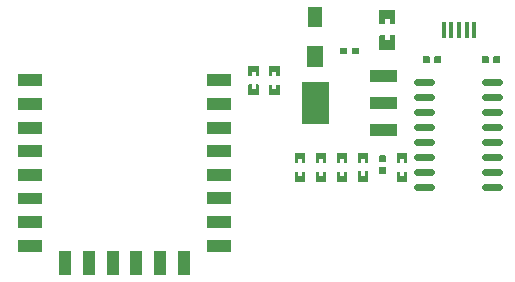
<source format=gtp>
G04 Layer: TopPasteMaskLayer*
G04 EasyEDA v6.5.1, 2022-03-30 12:51:21*
G04 1b3168c556004a9db489dd156287313a,d03eed67808b488db07f83a96349b93e,10*
G04 Gerber Generator version 0.2*
G04 Scale: 100 percent, Rotated: No, Reflected: No *
G04 Dimensions in inches *
G04 leading zeros omitted , absolute positions ,3 integer and 6 decimal *
%FSLAX36Y36*%
%MOIN*%

%ADD12C,0.0220*%
%ADD15R,0.0157X0.0551*%
%ADD17R,0.0510X0.0692*%
%ADD20R,0.0787X0.0394*%
%ADD21R,0.0394X0.0787*%

%LPD*%
G36*
X1339259Y-285980D02*
G01*
X1337280Y-287960D01*
X1337280Y-319440D01*
X1339259Y-321420D01*
X1348220Y-321420D01*
X1348220Y-306840D01*
X1361220Y-306840D01*
X1361220Y-321420D01*
X1370740Y-321420D01*
X1372720Y-319440D01*
X1372720Y-287960D01*
X1370740Y-285980D01*
G37*
G36*
X1339259Y-348980D02*
G01*
X1337280Y-350940D01*
X1337280Y-382040D01*
X1339259Y-384020D01*
X1370740Y-384020D01*
X1372720Y-382040D01*
X1372720Y-350940D01*
X1370740Y-348980D01*
X1361220Y-348980D01*
X1361220Y-363940D01*
X1348220Y-363940D01*
X1348220Y-348980D01*
G37*
G36*
X1269260Y-348579D02*
G01*
X1267280Y-350560D01*
X1267280Y-382040D01*
X1269260Y-384020D01*
X1300740Y-384020D01*
X1302720Y-382040D01*
X1302720Y-350560D01*
X1300740Y-348579D01*
X1291780Y-348579D01*
X1291780Y-363160D01*
X1278780Y-363160D01*
X1278780Y-348579D01*
G37*
G36*
X1269260Y-285980D02*
G01*
X1267280Y-287960D01*
X1267280Y-319060D01*
X1269260Y-321019D01*
X1278780Y-321019D01*
X1278780Y-306060D01*
X1291780Y-306060D01*
X1291780Y-321019D01*
X1300740Y-321019D01*
X1302720Y-319060D01*
X1302720Y-287960D01*
X1300740Y-285980D01*
G37*
G36*
X1564259Y-575980D02*
G01*
X1562280Y-577960D01*
X1562280Y-609440D01*
X1564259Y-611420D01*
X1573220Y-611420D01*
X1573220Y-596840D01*
X1586220Y-596840D01*
X1586220Y-611420D01*
X1595740Y-611420D01*
X1597720Y-609440D01*
X1597720Y-577960D01*
X1595740Y-575980D01*
G37*
G36*
X1564259Y-638980D02*
G01*
X1562280Y-640939D01*
X1562280Y-672039D01*
X1564259Y-674020D01*
X1595740Y-674020D01*
X1597720Y-672039D01*
X1597720Y-640939D01*
X1595740Y-638980D01*
X1586220Y-638980D01*
X1586220Y-653940D01*
X1573220Y-653940D01*
X1573220Y-638980D01*
G37*
G36*
X1494259Y-575980D02*
G01*
X1492280Y-577960D01*
X1492280Y-609440D01*
X1494259Y-611420D01*
X1503220Y-611420D01*
X1503220Y-596840D01*
X1516220Y-596840D01*
X1516220Y-611420D01*
X1525740Y-611420D01*
X1527720Y-609440D01*
X1527720Y-577960D01*
X1525740Y-575980D01*
G37*
G36*
X1494259Y-638980D02*
G01*
X1492280Y-640939D01*
X1492280Y-672039D01*
X1494259Y-674020D01*
X1525740Y-674020D01*
X1527720Y-672039D01*
X1527720Y-640939D01*
X1525740Y-638980D01*
X1516220Y-638980D01*
X1516220Y-653940D01*
X1503220Y-653940D01*
X1503220Y-638980D01*
G37*
G36*
X1424259Y-575980D02*
G01*
X1422280Y-577960D01*
X1422280Y-609440D01*
X1424259Y-611420D01*
X1433220Y-611420D01*
X1433220Y-596840D01*
X1446220Y-596840D01*
X1446220Y-611420D01*
X1455740Y-611420D01*
X1457720Y-609440D01*
X1457720Y-577960D01*
X1455740Y-575980D01*
G37*
G36*
X1424259Y-638980D02*
G01*
X1422280Y-640939D01*
X1422280Y-672039D01*
X1424259Y-674020D01*
X1455740Y-674020D01*
X1457720Y-672039D01*
X1457720Y-640939D01*
X1455740Y-638980D01*
X1446220Y-638980D01*
X1446220Y-653940D01*
X1433220Y-653940D01*
X1433220Y-638980D01*
G37*
G36*
X1764259Y-576280D02*
G01*
X1762280Y-578260D01*
X1762280Y-609740D01*
X1764259Y-611720D01*
X1773220Y-611720D01*
X1773220Y-597160D01*
X1786220Y-597160D01*
X1786220Y-611720D01*
X1795740Y-611720D01*
X1797720Y-609740D01*
X1797720Y-578260D01*
X1795740Y-576280D01*
G37*
G36*
X1764259Y-639280D02*
G01*
X1762280Y-641240D01*
X1762280Y-672340D01*
X1764259Y-674320D01*
X1795740Y-674320D01*
X1797720Y-672340D01*
X1797720Y-641240D01*
X1795740Y-639280D01*
X1786220Y-639280D01*
X1786220Y-654240D01*
X1773220Y-654240D01*
X1773220Y-639280D01*
G37*
G36*
X1634259Y-638580D02*
G01*
X1632280Y-640560D01*
X1632280Y-672039D01*
X1634259Y-674020D01*
X1665740Y-674020D01*
X1667720Y-672039D01*
X1667720Y-640560D01*
X1665740Y-638580D01*
X1656780Y-638580D01*
X1656780Y-653160D01*
X1643779Y-653160D01*
X1643779Y-638580D01*
G37*
G36*
X1634259Y-575980D02*
G01*
X1632280Y-577960D01*
X1632280Y-609060D01*
X1634259Y-611020D01*
X1643779Y-611020D01*
X1643779Y-596060D01*
X1656780Y-596060D01*
X1656780Y-611020D01*
X1665740Y-611020D01*
X1667720Y-609060D01*
X1667720Y-577960D01*
X1665740Y-575980D01*
G37*
G36*
X1614840Y-225640D02*
G01*
X1612080Y-227600D01*
X1612080Y-245320D01*
X1614840Y-247280D01*
X1633740Y-247280D01*
X1635700Y-245320D01*
X1635700Y-227600D01*
X1633740Y-225640D01*
G37*
G36*
X1576260Y-225640D02*
G01*
X1574300Y-227600D01*
X1574300Y-245320D01*
X1576260Y-247280D01*
X1595160Y-247280D01*
X1597920Y-245320D01*
X1597920Y-227600D01*
X1595160Y-225640D01*
G37*
G36*
X1706140Y-622080D02*
G01*
X1704180Y-624840D01*
X1704180Y-643740D01*
X1706140Y-645699D01*
X1723860Y-645699D01*
X1725820Y-643740D01*
X1725820Y-624840D01*
X1723860Y-622080D01*
G37*
G36*
X1706140Y-584300D02*
G01*
X1704180Y-586260D01*
X1704180Y-605160D01*
X1706140Y-607920D01*
X1723860Y-607920D01*
X1725820Y-605160D01*
X1725820Y-586260D01*
X1723860Y-584300D01*
G37*
G36*
X1889840Y-254180D02*
G01*
X1887080Y-256140D01*
X1887080Y-273860D01*
X1889840Y-275820D01*
X1908740Y-275820D01*
X1910700Y-273860D01*
X1910700Y-256140D01*
X1908740Y-254180D01*
G37*
G36*
X1851260Y-254180D02*
G01*
X1849300Y-256140D01*
X1849300Y-273860D01*
X1851260Y-275820D01*
X1870160Y-275820D01*
X1872920Y-273860D01*
X1872920Y-256140D01*
X1870160Y-254180D01*
G37*
G36*
X2086300Y-254180D02*
G01*
X2083540Y-256140D01*
X2083540Y-273860D01*
X2086300Y-275820D01*
X2105200Y-275820D01*
X2107160Y-273860D01*
X2107160Y-256140D01*
X2105200Y-254180D01*
G37*
G36*
X2047720Y-254180D02*
G01*
X2045760Y-256140D01*
X2045760Y-273860D01*
X2047720Y-275820D01*
X2066620Y-275820D01*
X2069379Y-273860D01*
X2069379Y-256140D01*
X2066620Y-254180D01*
G37*
G36*
X1705600Y-99040D02*
G01*
X1703620Y-101000D01*
X1703620Y-146280D01*
X1705600Y-148240D01*
X1722120Y-148060D01*
X1722120Y-130719D01*
X1739840Y-130719D01*
X1739840Y-148440D01*
X1755980Y-148240D01*
X1757960Y-146280D01*
X1757960Y-101000D01*
X1755980Y-99040D01*
G37*
G36*
X1705600Y-183680D02*
G01*
X1703620Y-185640D01*
X1703620Y-230920D01*
X1705600Y-232900D01*
X1755980Y-232900D01*
X1757960Y-230920D01*
X1757960Y-185640D01*
X1755980Y-183680D01*
X1739840Y-183880D01*
X1739840Y-201200D01*
X1722120Y-201200D01*
X1722120Y-183680D01*
G37*
D12*
X1878326Y-340000D02*
G01*
X1831673Y-340000D01*
X1878326Y-390000D02*
G01*
X1831673Y-390000D01*
X1878326Y-440000D02*
G01*
X1831673Y-440000D01*
X1878326Y-490000D02*
G01*
X1831673Y-490000D01*
X1878326Y-540000D02*
G01*
X1831673Y-540000D01*
X1878326Y-590000D02*
G01*
X1831673Y-590000D01*
X1878326Y-640000D02*
G01*
X1831673Y-640000D01*
X1878326Y-690000D02*
G01*
X1831673Y-690000D01*
X2104507Y-340000D02*
G01*
X2057852Y-340000D01*
X2104507Y-390000D02*
G01*
X2057852Y-390000D01*
X2104507Y-440000D02*
G01*
X2057852Y-440000D01*
X2104507Y-490000D02*
G01*
X2057852Y-490000D01*
X2104507Y-540000D02*
G01*
X2057852Y-540000D01*
X2104507Y-590000D02*
G01*
X2057852Y-590000D01*
X2104507Y-640000D02*
G01*
X2057852Y-640000D01*
X2104507Y-690000D02*
G01*
X2057852Y-690000D01*
D15*
G01*
X2021180Y-168229D03*
G01*
X1995590Y-168229D03*
G01*
X1970000Y-168229D03*
G01*
X1944409Y-168229D03*
G01*
X1918819Y-168229D03*
G36*
X1464488Y-220401D02*
G01*
X1515511Y-220401D01*
X1515511Y-289594D01*
X1464488Y-289594D01*
G37*
D17*
G01*
X1490000Y-122220D03*
D20*
G01*
X1169989Y-334859D03*
G01*
X1169979Y-413600D03*
G01*
X1169989Y-492339D03*
G01*
X1169960Y-571080D03*
G01*
X1169989Y-649819D03*
G01*
X1170020Y-728560D03*
G01*
X1169970Y-807300D03*
G01*
X1169909Y-886039D03*
D21*
G01*
X1051719Y-945129D03*
G01*
X972989Y-945100D03*
G01*
X894279Y-945100D03*
G01*
X815510Y-945100D03*
G01*
X736819Y-945079D03*
G01*
X658159Y-945140D03*
G36*
X500639Y-866350D02*
G01*
X579380Y-866350D01*
X579380Y-905720D01*
X500639Y-905720D01*
G37*
G36*
X500610Y-787611D02*
G01*
X579349Y-787611D01*
X579349Y-826981D01*
X500610Y-826981D01*
G37*
G36*
X500610Y-708870D02*
G01*
X579349Y-708870D01*
X579349Y-748240D01*
X500610Y-748240D01*
G37*
G36*
X500610Y-630129D02*
G01*
X579349Y-630129D01*
X579349Y-669499D01*
X500610Y-669499D01*
G37*
G36*
X500610Y-551390D02*
G01*
X579349Y-551390D01*
X579349Y-590759D01*
X500610Y-590759D01*
G37*
G36*
X500610Y-472649D02*
G01*
X579349Y-472649D01*
X579349Y-512020D01*
X500610Y-512020D01*
G37*
G36*
X500610Y-393910D02*
G01*
X579349Y-393910D01*
X579349Y-433279D01*
X500610Y-433279D01*
G37*
G36*
X500610Y-315169D02*
G01*
X579349Y-315169D01*
X579349Y-354540D01*
X500610Y-354540D01*
G37*
G36*
X1764054Y-519843D02*
G01*
X1764054Y-481260D01*
X1671929Y-481260D01*
X1671929Y-519843D01*
G37*
G36*
X1764054Y-429290D02*
G01*
X1764054Y-390709D01*
X1671929Y-390709D01*
X1671929Y-429290D01*
G37*
G36*
X1764054Y-338739D02*
G01*
X1764054Y-300156D01*
X1671929Y-300156D01*
X1671929Y-338739D01*
G37*
G36*
X1538071Y-339133D02*
G01*
X1538071Y-480866D01*
X1445945Y-480866D01*
X1445945Y-339133D01*
G37*
M02*

</source>
